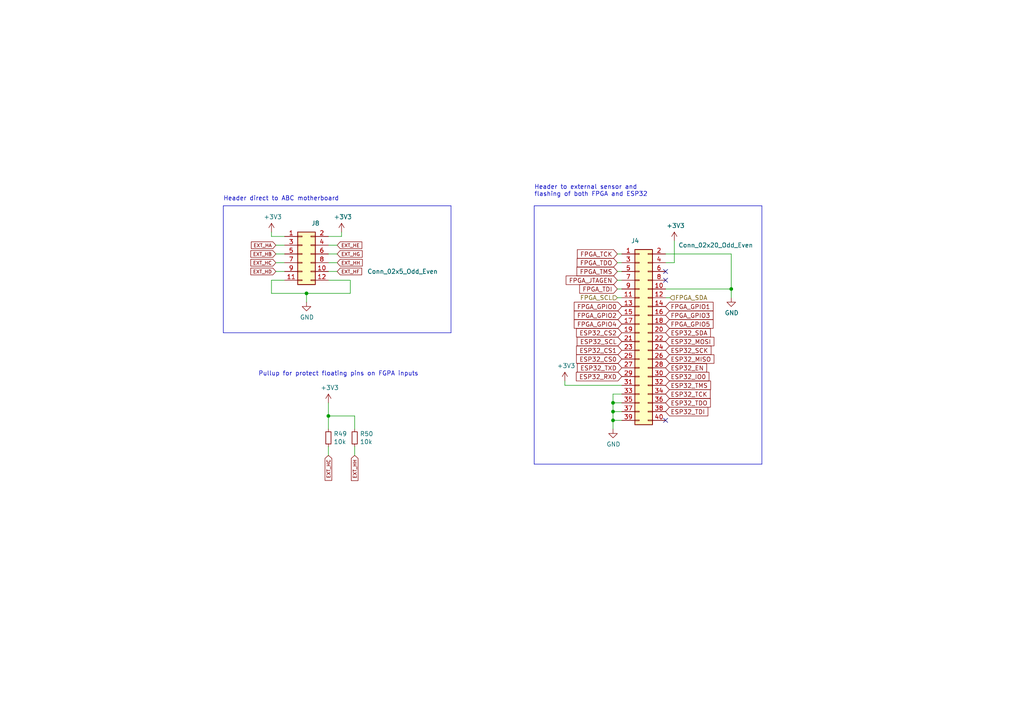
<source format=kicad_sch>
(kicad_sch (version 20230121) (generator eeschema)
  (paper "A4")
  (title_block (title "MAX80") (date "2021-02-22") (rev "0.01") (company "Peter o Per"))
  (lib_symbols
    (symbol "Connector_Generic:Conn_02x06_Odd_Even" (pin_names (offset 1.016) hide)
      (property "Reference" "J" (at 1.27 7.62 0))
      (property "Value" "Connector_Generic_Conn_02x06_Odd_Even" (at 1.27 -10.16 0))
      (symbol "Conn_02x06_Odd_Even_1_1"
        (rectangle (start -1.27 -7.493) (end 0 -7.747) (stroke (width 0.1524)))
        (rectangle (start -1.27 -4.953) (end 0 -5.207) (stroke (width 0.1524)))
        (rectangle (start -1.27 -2.413) (end 0 -2.667) (stroke (width 0.1524)))
        (rectangle (start -1.27 0.127) (end 0 -0.127) (stroke (width 0.1524)))
        (rectangle (start -1.27 2.667) (end 0 2.413) (stroke (width 0.1524)))
        (rectangle (start -1.27 5.207) (end 0 4.953) (stroke (width 0.1524)))
        (rectangle (start -1.27 6.35) (end 3.81 -8.89) (stroke (width 0.254)) (fill (type background)))
        (rectangle (start 3.81 -7.493) (end 2.54 -7.747) (stroke (width 0.1524)))
        (rectangle (start 3.81 -4.953) (end 2.54 -5.207) (stroke (width 0.1524)))
        (rectangle (start 3.81 -2.413) (end 2.54 -2.667) (stroke (width 0.1524)))
        (rectangle (start 3.81 0.127) (end 2.54 -0.127) (stroke (width 0.1524)))
        (rectangle (start 3.81 2.667) (end 2.54 2.413) (stroke (width 0.1524)))
        (rectangle (start 3.81 5.207) (end 2.54 4.953) (stroke (width 0.1524)))
        (pin passive line (at -5.08 5.08 0) (length 3.81) (name "Pin_1") (number "1"))
        (pin passive line (at 7.62 -5.08 180) (length 3.81) (name "Pin_10") (number "10"))
        (pin passive line (at -5.08 -7.62 0) (length 3.81) (name "Pin_11") (number "11"))
        (pin passive line (at 7.62 -7.62 180) (length 3.81) (name "Pin_12") (number "12"))
        (pin passive line (at 7.62 5.08 180) (length 3.81) (name "Pin_2") (number "2"))
        (pin passive line (at -5.08 2.54 0) (length 3.81) (name "Pin_3") (number "3"))
        (pin passive line (at 7.62 2.54 180) (length 3.81) (name "Pin_4") (number "4"))
        (pin passive line (at -5.08 0 0) (length 3.81) (name "Pin_5") (number "5"))
        (pin passive line (at 7.62 0 180) (length 3.81) (name "Pin_6") (number "6"))
        (pin passive line (at -5.08 -2.54 0) (length 3.81) (name "Pin_7") (number "7"))
        (pin passive line (at 7.62 -2.54 180) (length 3.81) (name "Pin_8") (number "8"))
        (pin passive line (at -5.08 -5.08 0) (length 3.81) (name "Pin_9") (number "9"))
      )
    )
    (symbol "Connector_Generic:Conn_02x20_Odd_Even" (pin_names (offset 1.016) hide)
      (property "Reference" "J" (at 1.27 25.4 0))
      (property "Value" "Connector_Generic_Conn_02x20_Odd_Even" (at 1.27 -27.94 0))
      (symbol "Conn_02x20_Odd_Even_1_1"
        (rectangle (start -1.27 -25.273) (end 0 -25.527) (stroke (width 0.1524)))
        (rectangle (start -1.27 -22.733) (end 0 -22.987) (stroke (width 0.1524)))
        (rectangle (start -1.27 -20.193) (end 0 -20.447) (stroke (width 0.1524)))
        (rectangle (start -1.27 -17.653) (end 0 -17.907) (stroke (width 0.1524)))
        (rectangle (start -1.27 -15.113) (end 0 -15.367) (stroke (width 0.1524)))
        (rectangle (start -1.27 -12.573) (end 0 -12.827) (stroke (width 0.1524)))
        (rectangle (start -1.27 -10.033) (end 0 -10.287) (stroke (width 0.1524)))
        (rectangle (start -1.27 -7.493) (end 0 -7.747) (stroke (width 0.1524)))
        (rectangle (start -1.27 -4.953) (end 0 -5.207) (stroke (width 0.1524)))
        (rectangle (start -1.27 -2.413) (end 0 -2.667) (stroke (width 0.1524)))
        (rectangle (start -1.27 0.127) (end 0 -0.127) (stroke (width 0.1524)))
        (rectangle (start -1.27 2.667) (end 0 2.413) (stroke (width 0.1524)))
        (rectangle (start -1.27 5.207) (end 0 4.953) (stroke (width 0.1524)))
        (rectangle (start -1.27 7.747) (end 0 7.493) (stroke (width 0.1524)))
        (rectangle (start -1.27 10.287) (end 0 10.033) (stroke (width 0.1524)))
        (rectangle (start -1.27 12.827) (end 0 12.573) (stroke (width 0.1524)))
        (rectangle (start -1.27 15.367) (end 0 15.113) (stroke (width 0.1524)))
        (rectangle (start -1.27 17.907) (end 0 17.653) (stroke (width 0.1524)))
        (rectangle (start -1.27 20.447) (end 0 20.193) (stroke (width 0.1524)))
        (rectangle (start -1.27 22.987) (end 0 22.733) (stroke (width 0.1524)))
        (rectangle (start -1.27 24.13) (end 3.81 -26.67) (stroke (width 0.254)) (fill (type background)))
        (rectangle (start 3.81 -25.273) (end 2.54 -25.527) (stroke (width 0.1524)))
        (rectangle (start 3.81 -22.733) (end 2.54 -22.987) (stroke (width 0.1524)))
        (rectangle (start 3.81 -20.193) (end 2.54 -20.447) (stroke (width 0.1524)))
        (rectangle (start 3.81 -17.653) (end 2.54 -17.907) (stroke (width 0.1524)))
        (rectangle (start 3.81 -15.113) (end 2.54 -15.367) (stroke (width 0.1524)))
        (rectangle (start 3.81 -12.573) (end 2.54 -12.827) (stroke (width 0.1524)))
        (rectangle (start 3.81 -10.033) (end 2.54 -10.287) (stroke (width 0.1524)))
        (rectangle (start 3.81 -7.493) (end 2.54 -7.747) (stroke (width 0.1524)))
        (rectangle (start 3.81 -4.953) (end 2.54 -5.207) (stroke (width 0.1524)))
        (rectangle (start 3.81 -2.413) (end 2.54 -2.667) (stroke (width 0.1524)))
        (rectangle (start 3.81 0.127) (end 2.54 -0.127) (stroke (width 0.1524)))
        (rectangle (start 3.81 2.667) (end 2.54 2.413) (stroke (width 0.1524)))
        (rectangle (start 3.81 5.207) (end 2.54 4.953) (stroke (width 0.1524)))
        (rectangle (start 3.81 7.747) (end 2.54 7.493) (stroke (width 0.1524)))
        (rectangle (start 3.81 10.287) (end 2.54 10.033) (stroke (width 0.1524)))
        (rectangle (start 3.81 12.827) (end 2.54 12.573) (stroke (width 0.1524)))
        (rectangle (start 3.81 15.367) (end 2.54 15.113) (stroke (width 0.1524)))
        (rectangle (start 3.81 17.907) (end 2.54 17.653) (stroke (width 0.1524)))
        (rectangle (start 3.81 20.447) (end 2.54 20.193) (stroke (width 0.1524)))
        (rectangle (start 3.81 22.987) (end 2.54 22.733) (stroke (width 0.1524)))
        (pin passive line (at -5.08 22.86 0) (length 3.81) (name "Pin_1") (number "1"))
        (pin passive line (at 7.62 12.7 180) (length 3.81) (name "Pin_10") (number "10"))
        (pin passive line (at -5.08 10.16 0) (length 3.81) (name "Pin_11") (number "11"))
        (pin passive line (at 7.62 10.16 180) (length 3.81) (name "Pin_12") (number "12"))
        (pin passive line (at -5.08 7.62 0) (length 3.81) (name "Pin_13") (number "13"))
        (pin passive line (at 7.62 7.62 180) (length 3.81) (name "Pin_14") (number "14"))
        (pin passive line (at -5.08 5.08 0) (length 3.81) (name "Pin_15") (number "15"))
        (pin passive line (at 7.62 5.08 180) (length 3.81) (name "Pin_16") (number "16"))
        (pin passive line (at -5.08 2.54 0) (length 3.81) (name "Pin_17") (number "17"))
        (pin passive line (at 7.62 2.54 180) (length 3.81) (name "Pin_18") (number "18"))
        (pin passive line (at -5.08 0 0) (length 3.81) (name "Pin_19") (number "19"))
        (pin passive line (at 7.62 22.86 180) (length 3.81) (name "Pin_2") (number "2"))
        (pin passive line (at 7.62 0 180) (length 3.81) (name "Pin_20") (number "20"))
        (pin passive line (at -5.08 -2.54 0) (length 3.81) (name "Pin_21") (number "21"))
        (pin passive line (at 7.62 -2.54 180) (length 3.81) (name "Pin_22") (number "22"))
        (pin passive line (at -5.08 -5.08 0) (length 3.81) (name "Pin_23") (number "23"))
        (pin passive line (at 7.62 -5.08 180) (length 3.81) (name "Pin_24") (number "24"))
        (pin passive line (at -5.08 -7.62 0) (length 3.81) (name "Pin_25") (number "25"))
        (pin passive line (at 7.62 -7.62 180) (length 3.81) (name "Pin_26") (number "26"))
        (pin passive line (at -5.08 -10.16 0) (length 3.81) (name "Pin_27") (number "27"))
        (pin passive line (at 7.62 -10.16 180) (length 3.81) (name "Pin_28") (number "28"))
        (pin passive line (at -5.08 -12.7 0) (length 3.81) (name "Pin_29") (number "29"))
        (pin passive line (at -5.08 20.32 0) (length 3.81) (name "Pin_3") (number "3"))
        (pin passive line (at 7.62 -12.7 180) (length 3.81) (name "Pin_30") (number "30"))
        (pin passive line (at -5.08 -15.24 0) (length 3.81) (name "Pin_31") (number "31"))
        (pin passive line (at 7.62 -15.24 180) (length 3.81) (name "Pin_32") (number "32"))
        (pin passive line (at -5.08 -17.78 0) (length 3.81) (name "Pin_33") (number "33"))
        (pin passive line (at 7.62 -17.78 180) (length 3.81) (name "Pin_34") (number "34"))
        (pin passive line (at -5.08 -20.32 0) (length 3.81) (name "Pin_35") (number "35"))
        (pin passive line (at 7.62 -20.32 180) (length 3.81) (name "Pin_36") (number "36"))
        (pin passive line (at -5.08 -22.86 0) (length 3.81) (name "Pin_37") (number "37"))
        (pin passive line (at 7.62 -22.86 180) (length 3.81) (name "Pin_38") (number "38"))
        (pin passive line (at -5.08 -25.4 0) (length 3.81) (name "Pin_39") (number "39"))
        (pin passive line (at 7.62 20.32 180) (length 3.81) (name "Pin_4") (number "4"))
        (pin passive line (at 7.62 -25.4 180) (length 3.81) (name "Pin_40") (number "40"))
        (pin passive line (at -5.08 17.78 0) (length 3.81) (name "Pin_5") (number "5"))
        (pin passive line (at 7.62 17.78 180) (length 3.81) (name "Pin_6") (number "6"))
        (pin passive line (at -5.08 15.24 0) (length 3.81) (name "Pin_7") (number "7"))
        (pin passive line (at 7.62 15.24 180) (length 3.81) (name "Pin_8") (number "8"))
        (pin passive line (at -5.08 12.7 0) (length 3.81) (name "Pin_9") (number "9"))
      )
    )
    (symbol "Device:R_Small" (pin_numbers hide) (pin_names (offset 0.254) hide)
      (property "Reference" "R" (at 0.762 0.508 0))
      (property "Value" "Device_R_Small" (at 0.762 -1.016 0))
      (symbol "R_Small_0_1"
        (rectangle (start -0.762 1.778) (end 0.762 -1.778) (stroke (width 0.2032)))
      )
      (symbol "R_Small_1_1"
        (pin passive line (at 0 2.54 270) (length 0.762) (name "~") (number "1"))
        (pin passive line (at 0 -2.54 90) (length 0.762) (name "~") (number "2"))
      )
    )
    (symbol "power:+3V3" (power) (pin_names (offset 0))
      (property "Value" "power_+3V3" (at 0 3.556 0))
      (symbol "+3V3_0_1"
        (polyline (pts (xy -0.762 1.27) (xy 0 2.54)))
        (polyline (pts (xy 0 0) (xy 0 2.54)))
        (polyline (pts (xy 0 2.54) (xy 0.762 1.27)))
      )
      (symbol "+3V3_1_1"
        (pin power_in line (at 0 0 90) (length 0) hide (name "+3V3") (number "1"))
      )
    )
    (symbol "power:GND" (power) (pin_names (offset 0))
      (property "Value" "power_GND" (at 0 -3.81 0))
      (symbol "GND_0_1"
        (polyline (pts (xy 0 0) (xy 0 -1.27) (xy 1.27 -1.27) (xy 0 -2.54) (xy -1.27 -1.27) (xy 0 -1.27)))
      )
      (symbol "GND_1_1"
        (pin power_in line (at 0 0 270) (length 0) hide (name "GND") (number "1"))
      )
    )
  )
  (junction (at 88.9 85.09))
  (junction (at 212.09 83.82))
  (junction (at 177.8 121.92))
  (junction (at 177.8 119.38))
  (junction (at 95.25 120.65))
  (junction (at 177.8 116.84))
  (no_connect (at 193.04 78.74))
  (no_connect (at 193.04 81.28))
  (no_connect (at 193.04 121.92))
  (wire (pts (xy 88.9 85.09) (xy 88.9 87.63)))
  (wire (pts (xy 95.25 73.66) (xy 97.79 73.66)))
  (wire (pts (xy 179.07 76.2) (xy 180.34 76.2)))
  (wire (pts (xy 80.01 73.66) (xy 82.55 73.66)))
  (wire (pts (xy 177.8 119.38) (xy 180.34 119.38)))
  (wire (pts (xy 177.8 116.84) (xy 180.34 116.84)))
  (wire (pts (xy 95.25 71.12) (xy 97.79 71.12)))
  (polyline (pts (xy 154.94 134.62) (xy 154.94 59.69)))
  (wire (pts (xy 212.09 83.82) (xy 212.09 86.36)))
  (wire (pts (xy 163.83 110.49) (xy 163.83 111.76)))
  (wire (pts (xy 177.8 114.3) (xy 177.8 116.84)))
  (wire (pts (xy 179.07 86.36) (xy 180.34 86.36)))
  (wire (pts (xy 193.04 86.36) (xy 194.31 86.36)))
  (polyline (pts (xy 220.98 134.62) (xy 154.94 134.62)))
  (wire (pts (xy 212.09 73.66) (xy 212.09 83.82)))
  (wire (pts (xy 179.07 78.74) (xy 180.34 78.74)))
  (wire (pts (xy 163.83 111.76) (xy 180.34 111.76)))
  (wire (pts (xy 95.25 129.54) (xy 95.25 132.08)))
  (wire (pts (xy 80.01 71.12) (xy 82.55 71.12)))
  (wire (pts (xy 95.25 76.2) (xy 97.79 76.2)))
  (wire (pts (xy 95.25 120.65) (xy 95.25 116.84)))
  (polyline (pts (xy 64.77 59.69) (xy 130.81 59.69)))
  (wire (pts (xy 78.74 67.31) (xy 78.74 68.58)))
  (wire (pts (xy 177.8 116.84) (xy 177.8 119.38)))
  (wire (pts (xy 78.74 81.28) (xy 78.74 85.09)))
  (wire (pts (xy 195.58 76.2) (xy 195.58 69.85)))
  (wire (pts (xy 95.25 68.58) (xy 99.06 68.58)))
  (polyline (pts (xy 130.81 96.52) (xy 64.77 96.52)))
  (wire (pts (xy 99.06 68.58) (xy 99.06 67.31)))
  (wire (pts (xy 179.07 81.28) (xy 180.34 81.28)))
  (wire (pts (xy 179.07 73.66) (xy 180.34 73.66)))
  (wire (pts (xy 180.34 114.3) (xy 177.8 114.3)))
  (wire (pts (xy 193.04 76.2) (xy 195.58 76.2)))
  (polyline (pts (xy 154.94 59.69) (xy 220.98 59.69)))
  (wire (pts (xy 95.25 120.65) (xy 102.87 120.65)))
  (wire (pts (xy 80.01 78.74) (xy 82.55 78.74)))
  (wire (pts (xy 82.55 81.28) (xy 78.74 81.28)))
  (wire (pts (xy 95.25 78.74) (xy 97.79 78.74)))
  (wire (pts (xy 177.8 121.92) (xy 177.8 124.46)))
  (wire (pts (xy 101.6 81.28) (xy 95.25 81.28)))
  (wire (pts (xy 177.8 121.92) (xy 180.34 121.92)))
  (wire (pts (xy 88.9 85.09) (xy 101.6 85.09)))
  (wire (pts (xy 193.04 73.66) (xy 212.09 73.66)))
  (wire (pts (xy 78.74 85.09) (xy 88.9 85.09)))
  (wire (pts (xy 101.6 85.09) (xy 101.6 81.28)))
  (wire (pts (xy 177.8 119.38) (xy 177.8 121.92)))
  (wire (pts (xy 80.01 76.2) (xy 82.55 76.2)))
  (wire (pts (xy 78.74 68.58) (xy 82.55 68.58)))
  (wire (pts (xy 102.87 120.65) (xy 102.87 124.46)))
  (wire (pts (xy 179.07 83.82) (xy 180.34 83.82)))
  (wire (pts (xy 102.87 129.54) (xy 102.87 132.08)))
  (polyline (pts (xy 220.98 59.69) (xy 220.98 134.62)))
  (polyline (pts (xy 130.81 59.69) (xy 130.81 96.52)))
  (wire (pts (xy 193.04 83.82) (xy 212.09 83.82)))
  (polyline (pts (xy 64.77 96.52) (xy 64.77 59.69)))
  (wire (pts (xy 95.25 120.65) (xy 95.25 124.46)))
  (text "Header to external sensor and\nflashing of both FPGA and ESP32" (at 154.94 57.15 0) (effects (font (size 1.27 1.27)) (justify left bottom)))
  (text "Pullup for protect floating pins on FGPA inputs" (at 74.93 109.22 0) (effects (font (size 1.27 1.27)) (justify left bottom)))
  (text "Header direct to ABC motherboard" (at 64.77 58.42 0) (effects (font (size 1.27 1.27)) (justify left bottom)))
  (global_label "ESP32_TCK" (shape input) (at 193.04 114.3 0) (property "Intersheetrefs" "${INTERSHEET_REFS}" (effects hide)))
  (global_label "ESP32_IO0" (shape input) (at 193.04 109.22 0) (property "Intersheetrefs" "${INTERSHEET_REFS}" (effects hide)))
  (global_label "ESP32_TDI" (shape input) (at 193.04 119.38 0) (property "Intersheetrefs" "${INTERSHEET_REFS}" (effects hide)))
  (global_label "FPGA_TMS" (shape input) (at 179.07 78.74 180) (property "Intersheetrefs" "${INTERSHEET_REFS}" (effects hide)))
  (global_label "FPGA_TCK" (shape input) (at 179.07 73.66 180) (property "Intersheetrefs" "${INTERSHEET_REFS}" (effects hide)))
  (global_label "FPGA_GPIO2" (shape input) (at 180.34 91.44 180) (property "Intersheetrefs" "${INTERSHEET_REFS}" (effects hide)))
  (global_label "ESP32_CS0" (shape input) (at 180.34 104.14 180) (property "Intersheetrefs" "${INTERSHEET_REFS}" (effects hide)))
  (global_label "FPGA_TDI" (shape input) (at 179.07 83.82 180) (property "Intersheetrefs" "${INTERSHEET_REFS}" (effects hide)))
  (global_label "FPGA_GPIO0" (shape input) (at 180.34 88.9 180) (property "Intersheetrefs" "${INTERSHEET_REFS}" (effects hide)))
  (global_label "FPGA_GPIO4" (shape input) (at 180.34 93.98 180) (property "Intersheetrefs" "${INTERSHEET_REFS}" (effects hide)))
  (global_label "FPGA_TDO" (shape input) (at 179.07 76.2 180) (property "Intersheetrefs" "${INTERSHEET_REFS}" (effects hide)))
  (global_label "FPGA_GPIO5" (shape input) (at 193.04 93.98 0) (property "Intersheetrefs" "${INTERSHEET_REFS}" (effects hide)))
  (global_label "ESP32_TDO" (shape input) (at 193.04 116.84 0) (property "Intersheetrefs" "${INTERSHEET_REFS}" (effects hide)))
  (global_label "ESP32_TXD" (shape input) (at 180.34 106.68 180) (property "Intersheetrefs" "${INTERSHEET_REFS}" (effects hide)))
  (global_label "ESP32_EN" (shape input) (at 193.04 106.68 0) (property "Intersheetrefs" "${INTERSHEET_REFS}" (effects hide)))
  (global_label "EXT_HC" (shape input) (at 95.25 132.08 270) (effects (font (size 0.9906 0.9906))) (property "Intersheetrefs" "${INTERSHEET_REFS}" (effects hide)))
  (global_label "ESP32_RXD" (shape input) (at 180.34 109.22 180) (property "Intersheetrefs" "${INTERSHEET_REFS}" (effects hide)))
  (global_label "EXT_HG" (shape input) (at 97.79 73.66 0) (effects (font (size 0.9906 0.9906))) (property "Intersheetrefs" "${INTERSHEET_REFS}" (effects hide)))
  (global_label "ESP32_SDA" (shape input) (at 193.04 96.52 0) (property "Intersheetrefs" "${INTERSHEET_REFS}" (effects hide)))
  (global_label "EXT_HF" (shape input) (at 97.79 78.74 0) (effects (font (size 0.9906 0.9906))) (property "Intersheetrefs" "${INTERSHEET_REFS}" (effects hide)))
  (global_label "EXT_HE" (shape input) (at 97.79 71.12 0) (effects (font (size 0.9906 0.9906))) (property "Intersheetrefs" "${INTERSHEET_REFS}" (effects hide)))
  (global_label "EXT_HD" (shape input) (at 80.01 78.74 180) (effects (font (size 0.9906 0.9906))) (property "Intersheetrefs" "${INTERSHEET_REFS}" (effects hide)))
  (global_label "EXT_HB" (shape input) (at 80.01 73.66 180) (effects (font (size 0.9906 0.9906))) (property "Intersheetrefs" "${INTERSHEET_REFS}" (effects hide)))
  (global_label "ESP32_TMS" (shape input) (at 193.04 111.76 0) (property "Intersheetrefs" "${INTERSHEET_REFS}" (effects hide)))
  (global_label "EXT_HC" (shape input) (at 80.01 76.2 180) (effects (font (size 0.9906 0.9906))) (property "Intersheetrefs" "${INTERSHEET_REFS}" (effects hide)))
  (global_label "ESP32_SCK" (shape input) (at 193.04 101.6 0) (property "Intersheetrefs" "${INTERSHEET_REFS}" (effects hide)))
  (global_label "ESP32_MOSI" (shape input) (at 193.04 99.06 0) (property "Intersheetrefs" "${INTERSHEET_REFS}" (effects hide)))
  (global_label "ESP32_MISO" (shape input) (at 193.04 104.14 0) (property "Intersheetrefs" "${INTERSHEET_REFS}" (effects hide)))
  (global_label "EXT_HH" (shape input) (at 102.87 132.08 270) (effects (font (size 0.9906 0.9906))) (property "Intersheetrefs" "${INTERSHEET_REFS}" (effects hide)))
  (global_label "FPGA_JTAGEN" (shape input) (at 179.07 81.28 180) (property "Intersheetrefs" "${INTERSHEET_REFS}" (effects hide)))
  (global_label "ESP32_CS2" (shape input) (at 180.34 96.52 180) (property "Intersheetrefs" "${INTERSHEET_REFS}" (effects hide)))
  (global_label "FPGA_GPIO3" (shape input) (at 193.04 91.44 0) (property "Intersheetrefs" "${INTERSHEET_REFS}" (effects hide)))
  (global_label "EXT_HA" (shape input) (at 80.01 71.12 180) (effects (font (size 0.9906 0.9906))) (property "Intersheetrefs" "${INTERSHEET_REFS}" (effects hide)))
  (global_label "ESP32_CS1" (shape input) (at 180.34 101.6 180) (property "Intersheetrefs" "${INTERSHEET_REFS}" (effects hide)))
  (global_label "FPGA_GPIO1" (shape input) (at 193.04 88.9 0) (property "Intersheetrefs" "${INTERSHEET_REFS}" (effects hide)))
  (global_label "EXT_HH" (shape input) (at 97.79 76.2 0) (effects (font (size 0.9906 0.9906))) (property "Intersheetrefs" "${INTERSHEET_REFS}" (effects hide)))
  (global_label "ESP32_SCL" (shape input) (at 180.34 99.06 180) (property "Intersheetrefs" "${INTERSHEET_REFS}" (effects hide)))
  (hierarchical_label "FPGA_SDA" (shape input) (at 194.31 86.36 0))
  (hierarchical_label "FPGA_SCL" (shape input) (at 179.07 86.36 180))
  (symbol (lib_id "Connector_Generic:Conn_02x20_Odd_Even") (at 185.42 96.52 0) (unit 1)
    (property "Reference" "J4" (at 185.42 69.85 0) (effects (justify right)))
    (property "Value" "Conn_02x20_Odd_Even" (at 218.44 71.12 0) (effects (justify right)))
    (property "Footprint" "Connector_PinHeader_2.54mm:PinHeader_2x20_P2.54mm_Horizontal" (effects hide))
  )
  (symbol (lib_id "power:GND") (at 212.09 86.36 0) (unit 1)
    (property "Reference" "#PWR0129" (effects hide))
    (property "Value" "GND" (at 212.217 90.7542 0))
  )
  (symbol (lib_id "power:+3V3") (at 195.58 69.85 0) (unit 1)
    (property "Reference" "#PWR0130" (effects hide))
    (property "Value" "+3V3" (at 195.961 65.4558 0))
  )
  (symbol (lib_id "Connector_Generic:Conn_02x06_Odd_Even") (at 87.63 73.66 0) (unit 1)
    (property "Reference" "J8" (at 92.71 64.77 0) (effects (justify right)))
    (property "Value" "Conn_02x5_Odd_Even" (at 127 78.74 0) (effects (justify right)))
    (property "Footprint" "Connector_PinHeader_2.54mm:PinHeader_2x06_P2.54mm_Vertical" (effects hide))
  )
  (symbol (lib_id "power:+3V3") (at 163.83 110.49 0) (unit 1)
    (property "Reference" "#PWR0146" (effects hide))
    (property "Value" "+3V3" (at 164.211 106.0958 0))
  )
  (symbol (lib_id "power:GND") (at 177.8 124.46 0) (unit 1)
    (property "Reference" "#PWR0147" (effects hide))
    (property "Value" "GND" (at 177.927 128.8542 0))
  )
  (symbol (lib_id "power:+3V3") (at 78.74 67.31 0) (unit 1)
    (property "Reference" "#PWR0235" (effects hide))
    (property "Value" "+3V3" (at 79.121 62.9158 0))
  )
  (symbol (lib_id "power:GND") (at 88.9 87.63 0) (unit 1)
    (property "Reference" "#PWR0236" (effects hide))
    (property "Value" "GND" (at 89.027 92.0242 0))
  )
  (symbol (lib_id "power:+3V3") (at 99.06 67.31 0) (unit 1)
    (property "Reference" "#PWR0237" (effects hide))
    (property "Value" "+3V3" (at 99.441 62.9158 0))
  )
  (symbol (lib_id "Device:R_Small") (at 95.25 127 0) (unit 1)
    (property "Reference" "R49" (at 96.7486 125.8316 0) (effects (justify left)))
    (property "Value" "10k" (at 96.7486 128.143 0) (effects (justify left)))
    (property "Footprint" "Resistor_SMD:R_0402_1005Metric" (effects hide))
    (property "LCSC" "C25744" (effects hide))
  )
  (symbol (lib_id "Device:R_Small") (at 102.87 127 0) (unit 1)
    (property "Reference" "R50" (at 104.3686 125.8316 0) (effects (justify left)))
    (property "Value" "10k" (at 104.3686 128.143 0) (effects (justify left)))
    (property "Footprint" "Resistor_SMD:R_0402_1005Metric" (effects hide))
    (property "LCSC" "C25744" (effects hide))
  )
  (symbol (lib_id "power:+3V3") (at 95.25 116.84 0) (unit 1)
    (property "Reference" "#PWR06" (effects hide))
    (property "Value" "+3V3" (at 95.631 112.4458 0))
  )
)
</source>
